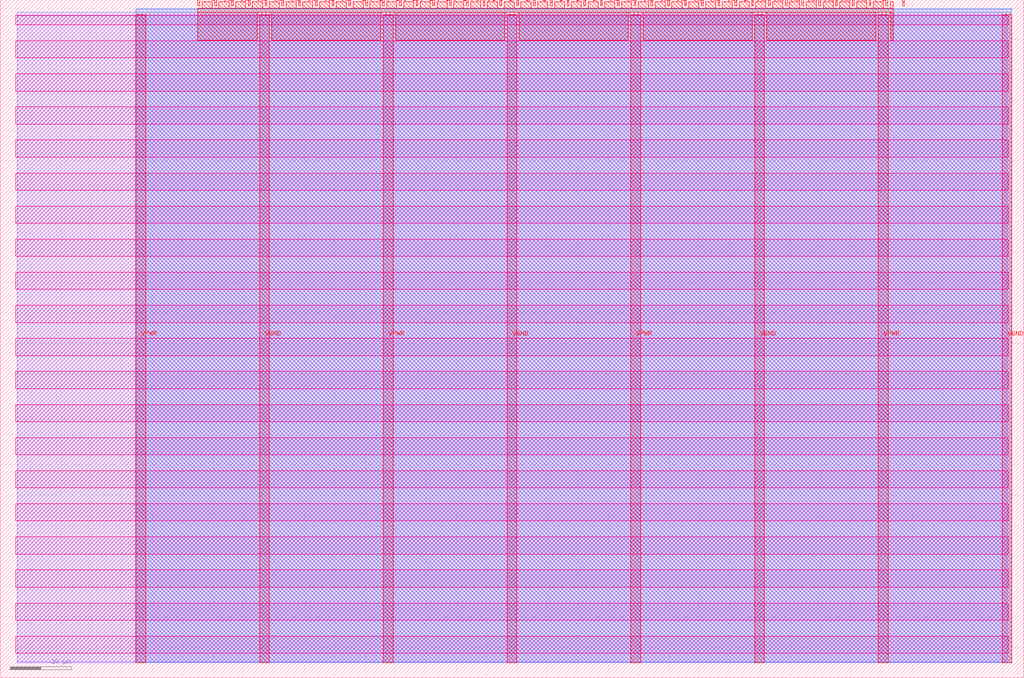
<source format=lef>
VERSION 5.7 ;
  NOWIREEXTENSIONATPIN ON ;
  DIVIDERCHAR "/" ;
  BUSBITCHARS "[]" ;
MACRO tt_um_wokwi_380409369220404225
  CLASS BLOCK ;
  FOREIGN tt_um_wokwi_380409369220404225 ;
  ORIGIN 0.000 0.000 ;
  SIZE 168.360 BY 111.520 ;
  PIN VGND
    DIRECTION INOUT ;
    USE GROUND ;
    PORT
      LAYER met4 ;
        RECT 42.670 2.480 44.270 109.040 ;
    END
    PORT
      LAYER met4 ;
        RECT 83.380 2.480 84.980 109.040 ;
    END
    PORT
      LAYER met4 ;
        RECT 124.090 2.480 125.690 109.040 ;
    END
    PORT
      LAYER met4 ;
        RECT 164.800 2.480 166.400 109.040 ;
    END
  END VGND
  PIN VPWR
    DIRECTION INOUT ;
    USE POWER ;
    PORT
      LAYER met4 ;
        RECT 22.315 2.480 23.915 109.040 ;
    END
    PORT
      LAYER met4 ;
        RECT 63.025 2.480 64.625 109.040 ;
    END
    PORT
      LAYER met4 ;
        RECT 103.735 2.480 105.335 109.040 ;
    END
    PORT
      LAYER met4 ;
        RECT 144.445 2.480 146.045 109.040 ;
    END
  END VPWR
  PIN clk
    DIRECTION INPUT ;
    USE SIGNAL ;
    ANTENNAGATEAREA 0.159000 ;
    PORT
      LAYER met4 ;
        RECT 145.670 110.520 145.970 111.520 ;
    END
  END clk
  PIN ena
    DIRECTION INPUT ;
    USE SIGNAL ;
    PORT
      LAYER met4 ;
        RECT 148.430 110.520 148.730 111.520 ;
    END
  END ena
  PIN rst_n
    DIRECTION INPUT ;
    USE SIGNAL ;
    ANTENNAGATEAREA 0.196500 ;
    PORT
      LAYER met4 ;
        RECT 142.910 110.520 143.210 111.520 ;
    END
  END rst_n
  PIN ui_in[0]
    DIRECTION INPUT ;
    USE SIGNAL ;
    PORT
      LAYER met4 ;
        RECT 140.150 110.520 140.450 111.520 ;
    END
  END ui_in[0]
  PIN ui_in[1]
    DIRECTION INPUT ;
    USE SIGNAL ;
    PORT
      LAYER met4 ;
        RECT 137.390 110.520 137.690 111.520 ;
    END
  END ui_in[1]
  PIN ui_in[2]
    DIRECTION INPUT ;
    USE SIGNAL ;
    PORT
      LAYER met4 ;
        RECT 134.630 110.520 134.930 111.520 ;
    END
  END ui_in[2]
  PIN ui_in[3]
    DIRECTION INPUT ;
    USE SIGNAL ;
    PORT
      LAYER met4 ;
        RECT 131.870 110.520 132.170 111.520 ;
    END
  END ui_in[3]
  PIN ui_in[4]
    DIRECTION INPUT ;
    USE SIGNAL ;
    ANTENNAGATEAREA 0.196500 ;
    PORT
      LAYER met4 ;
        RECT 129.110 110.520 129.410 111.520 ;
    END
  END ui_in[4]
  PIN ui_in[5]
    DIRECTION INPUT ;
    USE SIGNAL ;
    PORT
      LAYER met4 ;
        RECT 126.350 110.520 126.650 111.520 ;
    END
  END ui_in[5]
  PIN ui_in[6]
    DIRECTION INPUT ;
    USE SIGNAL ;
    ANTENNAGATEAREA 0.196500 ;
    PORT
      LAYER met4 ;
        RECT 123.590 110.520 123.890 111.520 ;
    END
  END ui_in[6]
  PIN ui_in[7]
    DIRECTION INPUT ;
    USE SIGNAL ;
    ANTENNAGATEAREA 0.196500 ;
    PORT
      LAYER met4 ;
        RECT 120.830 110.520 121.130 111.520 ;
    END
  END ui_in[7]
  PIN uio_in[0]
    DIRECTION INPUT ;
    USE SIGNAL ;
    PORT
      LAYER met4 ;
        RECT 118.070 110.520 118.370 111.520 ;
    END
  END uio_in[0]
  PIN uio_in[1]
    DIRECTION INPUT ;
    USE SIGNAL ;
    PORT
      LAYER met4 ;
        RECT 115.310 110.520 115.610 111.520 ;
    END
  END uio_in[1]
  PIN uio_in[2]
    DIRECTION INPUT ;
    USE SIGNAL ;
    PORT
      LAYER met4 ;
        RECT 112.550 110.520 112.850 111.520 ;
    END
  END uio_in[2]
  PIN uio_in[3]
    DIRECTION INPUT ;
    USE SIGNAL ;
    PORT
      LAYER met4 ;
        RECT 109.790 110.520 110.090 111.520 ;
    END
  END uio_in[3]
  PIN uio_in[4]
    DIRECTION INPUT ;
    USE SIGNAL ;
    PORT
      LAYER met4 ;
        RECT 107.030 110.520 107.330 111.520 ;
    END
  END uio_in[4]
  PIN uio_in[5]
    DIRECTION INPUT ;
    USE SIGNAL ;
    PORT
      LAYER met4 ;
        RECT 104.270 110.520 104.570 111.520 ;
    END
  END uio_in[5]
  PIN uio_in[6]
    DIRECTION INPUT ;
    USE SIGNAL ;
    PORT
      LAYER met4 ;
        RECT 101.510 110.520 101.810 111.520 ;
    END
  END uio_in[6]
  PIN uio_in[7]
    DIRECTION INPUT ;
    USE SIGNAL ;
    PORT
      LAYER met4 ;
        RECT 98.750 110.520 99.050 111.520 ;
    END
  END uio_in[7]
  PIN uio_oe[0]
    DIRECTION OUTPUT TRISTATE ;
    USE SIGNAL ;
    ANTENNADIFFAREA 0.795200 ;
    PORT
      LAYER met4 ;
        RECT 51.830 110.520 52.130 111.520 ;
    END
  END uio_oe[0]
  PIN uio_oe[1]
    DIRECTION OUTPUT TRISTATE ;
    USE SIGNAL ;
    PORT
      LAYER met4 ;
        RECT 49.070 110.520 49.370 111.520 ;
    END
  END uio_oe[1]
  PIN uio_oe[2]
    DIRECTION OUTPUT TRISTATE ;
    USE SIGNAL ;
    PORT
      LAYER met4 ;
        RECT 46.310 110.520 46.610 111.520 ;
    END
  END uio_oe[2]
  PIN uio_oe[3]
    DIRECTION OUTPUT TRISTATE ;
    USE SIGNAL ;
    PORT
      LAYER met4 ;
        RECT 43.550 110.520 43.850 111.520 ;
    END
  END uio_oe[3]
  PIN uio_oe[4]
    DIRECTION OUTPUT TRISTATE ;
    USE SIGNAL ;
    PORT
      LAYER met4 ;
        RECT 40.790 110.520 41.090 111.520 ;
    END
  END uio_oe[4]
  PIN uio_oe[5]
    DIRECTION OUTPUT TRISTATE ;
    USE SIGNAL ;
    PORT
      LAYER met4 ;
        RECT 38.030 110.520 38.330 111.520 ;
    END
  END uio_oe[5]
  PIN uio_oe[6]
    DIRECTION OUTPUT TRISTATE ;
    USE SIGNAL ;
    PORT
      LAYER met4 ;
        RECT 35.270 110.520 35.570 111.520 ;
    END
  END uio_oe[6]
  PIN uio_oe[7]
    DIRECTION OUTPUT TRISTATE ;
    USE SIGNAL ;
    PORT
      LAYER met4 ;
        RECT 32.510 110.520 32.810 111.520 ;
    END
  END uio_oe[7]
  PIN uio_out[0]
    DIRECTION OUTPUT TRISTATE ;
    USE SIGNAL ;
    PORT
      LAYER met4 ;
        RECT 73.910 110.520 74.210 111.520 ;
    END
  END uio_out[0]
  PIN uio_out[1]
    DIRECTION OUTPUT TRISTATE ;
    USE SIGNAL ;
    PORT
      LAYER met4 ;
        RECT 71.150 110.520 71.450 111.520 ;
    END
  END uio_out[1]
  PIN uio_out[2]
    DIRECTION OUTPUT TRISTATE ;
    USE SIGNAL ;
    PORT
      LAYER met4 ;
        RECT 68.390 110.520 68.690 111.520 ;
    END
  END uio_out[2]
  PIN uio_out[3]
    DIRECTION OUTPUT TRISTATE ;
    USE SIGNAL ;
    PORT
      LAYER met4 ;
        RECT 65.630 110.520 65.930 111.520 ;
    END
  END uio_out[3]
  PIN uio_out[4]
    DIRECTION OUTPUT TRISTATE ;
    USE SIGNAL ;
    PORT
      LAYER met4 ;
        RECT 62.870 110.520 63.170 111.520 ;
    END
  END uio_out[4]
  PIN uio_out[5]
    DIRECTION OUTPUT TRISTATE ;
    USE SIGNAL ;
    PORT
      LAYER met4 ;
        RECT 60.110 110.520 60.410 111.520 ;
    END
  END uio_out[5]
  PIN uio_out[6]
    DIRECTION OUTPUT TRISTATE ;
    USE SIGNAL ;
    PORT
      LAYER met4 ;
        RECT 57.350 110.520 57.650 111.520 ;
    END
  END uio_out[6]
  PIN uio_out[7]
    DIRECTION OUTPUT TRISTATE ;
    USE SIGNAL ;
    PORT
      LAYER met4 ;
        RECT 54.590 110.520 54.890 111.520 ;
    END
  END uio_out[7]
  PIN uo_out[0]
    DIRECTION OUTPUT TRISTATE ;
    USE SIGNAL ;
    ANTENNADIFFAREA 0.795200 ;
    PORT
      LAYER met4 ;
        RECT 95.990 110.520 96.290 111.520 ;
    END
  END uo_out[0]
  PIN uo_out[1]
    DIRECTION OUTPUT TRISTATE ;
    USE SIGNAL ;
    ANTENNADIFFAREA 0.795200 ;
    PORT
      LAYER met4 ;
        RECT 93.230 110.520 93.530 111.520 ;
    END
  END uo_out[1]
  PIN uo_out[2]
    DIRECTION OUTPUT TRISTATE ;
    USE SIGNAL ;
    ANTENNADIFFAREA 0.795200 ;
    PORT
      LAYER met4 ;
        RECT 90.470 110.520 90.770 111.520 ;
    END
  END uo_out[2]
  PIN uo_out[3]
    DIRECTION OUTPUT TRISTATE ;
    USE SIGNAL ;
    ANTENNADIFFAREA 0.445500 ;
    PORT
      LAYER met4 ;
        RECT 87.710 110.520 88.010 111.520 ;
    END
  END uo_out[3]
  PIN uo_out[4]
    DIRECTION OUTPUT TRISTATE ;
    USE SIGNAL ;
    ANTENNADIFFAREA 0.445500 ;
    PORT
      LAYER met4 ;
        RECT 84.950 110.520 85.250 111.520 ;
    END
  END uo_out[4]
  PIN uo_out[5]
    DIRECTION OUTPUT TRISTATE ;
    USE SIGNAL ;
    ANTENNADIFFAREA 0.445500 ;
    PORT
      LAYER met4 ;
        RECT 82.190 110.520 82.490 111.520 ;
    END
  END uo_out[5]
  PIN uo_out[6]
    DIRECTION OUTPUT TRISTATE ;
    USE SIGNAL ;
    ANTENNADIFFAREA 0.445500 ;
    PORT
      LAYER met4 ;
        RECT 79.430 110.520 79.730 111.520 ;
    END
  END uo_out[6]
  PIN uo_out[7]
    DIRECTION OUTPUT TRISTATE ;
    USE SIGNAL ;
    ANTENNADIFFAREA 0.795200 ;
    PORT
      LAYER met4 ;
        RECT 76.670 110.520 76.970 111.520 ;
    END
  END uo_out[7]
  OBS
      LAYER nwell ;
        RECT 2.570 107.385 165.790 108.990 ;
        RECT 2.570 101.945 165.790 104.775 ;
        RECT 2.570 96.505 165.790 99.335 ;
        RECT 2.570 91.065 165.790 93.895 ;
        RECT 2.570 85.625 165.790 88.455 ;
        RECT 2.570 80.185 165.790 83.015 ;
        RECT 2.570 74.745 165.790 77.575 ;
        RECT 2.570 69.305 165.790 72.135 ;
        RECT 2.570 63.865 165.790 66.695 ;
        RECT 2.570 58.425 165.790 61.255 ;
        RECT 2.570 52.985 165.790 55.815 ;
        RECT 2.570 47.545 165.790 50.375 ;
        RECT 2.570 42.105 165.790 44.935 ;
        RECT 2.570 36.665 165.790 39.495 ;
        RECT 2.570 31.225 165.790 34.055 ;
        RECT 2.570 25.785 165.790 28.615 ;
        RECT 2.570 20.345 165.790 23.175 ;
        RECT 2.570 14.905 165.790 17.735 ;
        RECT 2.570 9.465 165.790 12.295 ;
        RECT 2.570 4.025 165.790 6.855 ;
      LAYER li1 ;
        RECT 2.760 2.635 165.600 108.885 ;
      LAYER met1 ;
        RECT 2.760 2.480 166.400 109.440 ;
      LAYER met2 ;
        RECT 22.345 2.535 166.370 110.005 ;
      LAYER met3 ;
        RECT 22.325 2.555 166.390 109.985 ;
      LAYER met4 ;
        RECT 33.210 110.120 34.870 111.170 ;
        RECT 35.970 110.120 37.630 111.170 ;
        RECT 38.730 110.120 40.390 111.170 ;
        RECT 41.490 110.120 43.150 111.170 ;
        RECT 44.250 110.120 45.910 111.170 ;
        RECT 47.010 110.120 48.670 111.170 ;
        RECT 49.770 110.120 51.430 111.170 ;
        RECT 52.530 110.120 54.190 111.170 ;
        RECT 55.290 110.120 56.950 111.170 ;
        RECT 58.050 110.120 59.710 111.170 ;
        RECT 60.810 110.120 62.470 111.170 ;
        RECT 63.570 110.120 65.230 111.170 ;
        RECT 66.330 110.120 67.990 111.170 ;
        RECT 69.090 110.120 70.750 111.170 ;
        RECT 71.850 110.120 73.510 111.170 ;
        RECT 74.610 110.120 76.270 111.170 ;
        RECT 77.370 110.120 79.030 111.170 ;
        RECT 80.130 110.120 81.790 111.170 ;
        RECT 82.890 110.120 84.550 111.170 ;
        RECT 85.650 110.120 87.310 111.170 ;
        RECT 88.410 110.120 90.070 111.170 ;
        RECT 91.170 110.120 92.830 111.170 ;
        RECT 93.930 110.120 95.590 111.170 ;
        RECT 96.690 110.120 98.350 111.170 ;
        RECT 99.450 110.120 101.110 111.170 ;
        RECT 102.210 110.120 103.870 111.170 ;
        RECT 104.970 110.120 106.630 111.170 ;
        RECT 107.730 110.120 109.390 111.170 ;
        RECT 110.490 110.120 112.150 111.170 ;
        RECT 113.250 110.120 114.910 111.170 ;
        RECT 116.010 110.120 117.670 111.170 ;
        RECT 118.770 110.120 120.430 111.170 ;
        RECT 121.530 110.120 123.190 111.170 ;
        RECT 124.290 110.120 125.950 111.170 ;
        RECT 127.050 110.120 128.710 111.170 ;
        RECT 129.810 110.120 131.470 111.170 ;
        RECT 132.570 110.120 134.230 111.170 ;
        RECT 135.330 110.120 136.990 111.170 ;
        RECT 138.090 110.120 139.750 111.170 ;
        RECT 140.850 110.120 142.510 111.170 ;
        RECT 143.610 110.120 145.270 111.170 ;
        RECT 146.370 110.120 146.905 111.170 ;
        RECT 32.495 109.440 146.905 110.120 ;
        RECT 32.495 104.895 42.270 109.440 ;
        RECT 44.670 104.895 62.625 109.440 ;
        RECT 65.025 104.895 82.980 109.440 ;
        RECT 85.380 104.895 103.335 109.440 ;
        RECT 105.735 104.895 123.690 109.440 ;
        RECT 126.090 104.895 144.045 109.440 ;
        RECT 146.445 104.895 146.905 109.440 ;
  END
END tt_um_wokwi_380409369220404225
END LIBRARY


</source>
